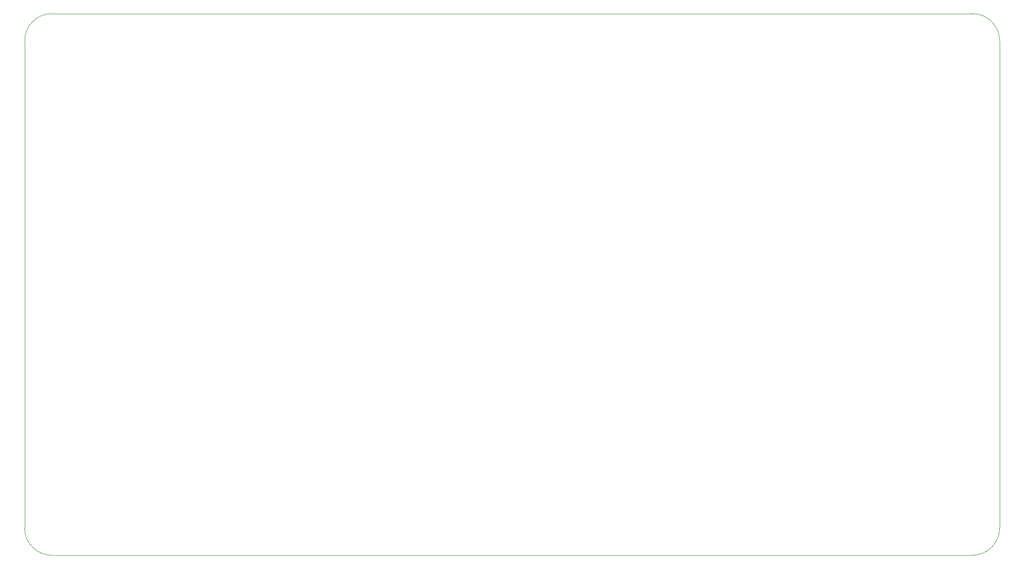
<source format=gm1>
G04 #@! TF.GenerationSoftware,KiCad,Pcbnew,(6.0.1-0)*
G04 #@! TF.CreationDate,2022-02-10T20:32:20-06:00*
G04 #@! TF.ProjectId,Input Board,496e7075-7420-4426-9f61-72642e6b6963,B*
G04 #@! TF.SameCoordinates,Original*
G04 #@! TF.FileFunction,Profile,NP*
%FSLAX46Y46*%
G04 Gerber Fmt 4.6, Leading zero omitted, Abs format (unit mm)*
G04 Created by KiCad (PCBNEW (6.0.1-0)) date 2022-02-10 20:32:20*
%MOMM*%
%LPD*%
G01*
G04 APERTURE LIST*
G04 #@! TA.AperFunction,Profile*
%ADD10C,0.100000*%
G04 #@! TD*
G04 APERTURE END LIST*
D10*
X57000000Y-40000000D02*
G75*
G03*
X52000000Y-45000000I0J-5000000D01*
G01*
X52000000Y-45000000D02*
X52000000Y-135000000D01*
X52000000Y-135000000D02*
G75*
G03*
X57000000Y-140000000I5000000J0D01*
G01*
X227000000Y-40000000D02*
X57000000Y-40000000D01*
X57000000Y-140000000D02*
X227000000Y-140000000D01*
X232000000Y-135000000D02*
X232000000Y-45000000D01*
X227000000Y-140000000D02*
G75*
G03*
X232000000Y-135000000I0J5000000D01*
G01*
X232000000Y-45000000D02*
G75*
G03*
X227000000Y-40000000I-5000000J0D01*
G01*
M02*

</source>
